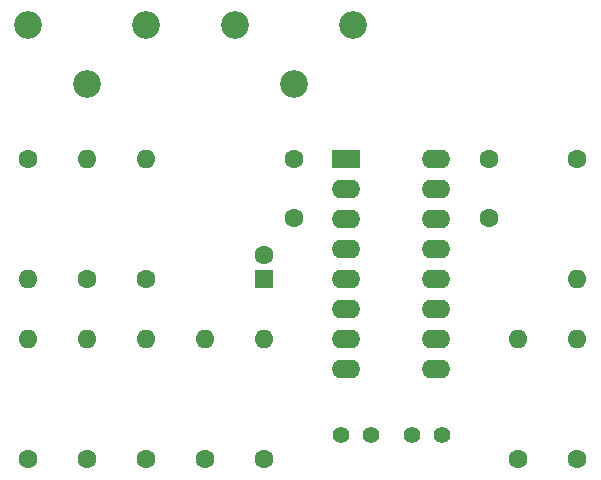
<source format=gts>
G04 #@! TF.GenerationSoftware,KiCad,Pcbnew,(5.1.7)-1*
G04 #@! TF.CreationDate,2022-12-29T18:38:42+01:00*
G04 #@! TF.ProjectId,Abstimmspannungs-Modul,41627374-696d-46d7-9370-616e6e756e67,rev?*
G04 #@! TF.SameCoordinates,Original*
G04 #@! TF.FileFunction,Soldermask,Top*
G04 #@! TF.FilePolarity,Negative*
%FSLAX46Y46*%
G04 Gerber Fmt 4.6, Leading zero omitted, Abs format (unit mm)*
G04 Created by KiCad (PCBNEW (5.1.7)-1) date 2022-12-29 18:38:42*
%MOMM*%
%LPD*%
G01*
G04 APERTURE LIST*
%ADD10C,1.400000*%
%ADD11C,1.600000*%
%ADD12O,1.600000X1.600000*%
%ADD13R,2.400000X1.600000*%
%ADD14O,2.400000X1.600000*%
%ADD15C,2.340000*%
%ADD16R,1.600000X1.600000*%
G04 APERTURE END LIST*
D10*
X76000000Y-78250000D03*
X73500000Y-78250000D03*
X67500000Y-78250000D03*
X70000000Y-78250000D03*
D11*
X82500000Y-80250000D03*
D12*
X82500000Y-70090000D03*
D11*
X87500000Y-80250000D03*
D12*
X87500000Y-70090000D03*
D11*
X61000000Y-80250000D03*
D12*
X61000000Y-70090000D03*
D11*
X87500000Y-54840000D03*
D12*
X87500000Y-65000000D03*
D11*
X63500000Y-54840000D03*
X63500000Y-59840000D03*
X80000000Y-54840000D03*
X80000000Y-59840000D03*
D13*
X67940000Y-54840000D03*
D14*
X75560000Y-72620000D03*
X67940000Y-57380000D03*
X75560000Y-70080000D03*
X67940000Y-59920000D03*
X75560000Y-67540000D03*
X67940000Y-62460000D03*
X75560000Y-65000000D03*
X67940000Y-65000000D03*
X75560000Y-62460000D03*
X67940000Y-67540000D03*
X75560000Y-59920000D03*
X67940000Y-70080000D03*
X75560000Y-57380000D03*
X67940000Y-72620000D03*
X75560000Y-54840000D03*
D11*
X41000000Y-80250000D03*
D12*
X41000000Y-70090000D03*
D11*
X51000000Y-80250000D03*
D12*
X51000000Y-70090000D03*
D11*
X46000000Y-65000000D03*
D12*
X46000000Y-54840000D03*
D11*
X41000000Y-54840000D03*
D12*
X41000000Y-65000000D03*
D11*
X56000000Y-80250000D03*
D12*
X56000000Y-70090000D03*
D11*
X51000000Y-65000000D03*
D12*
X51000000Y-54840000D03*
D11*
X46000000Y-80250000D03*
D12*
X46000000Y-70090000D03*
D15*
X58500000Y-43500000D03*
X63500000Y-48500000D03*
X68500000Y-43500000D03*
X41000000Y-43500000D03*
X46000000Y-48500000D03*
X51000000Y-43500000D03*
D16*
X61000000Y-65000000D03*
D11*
X61000000Y-63000000D03*
M02*

</source>
